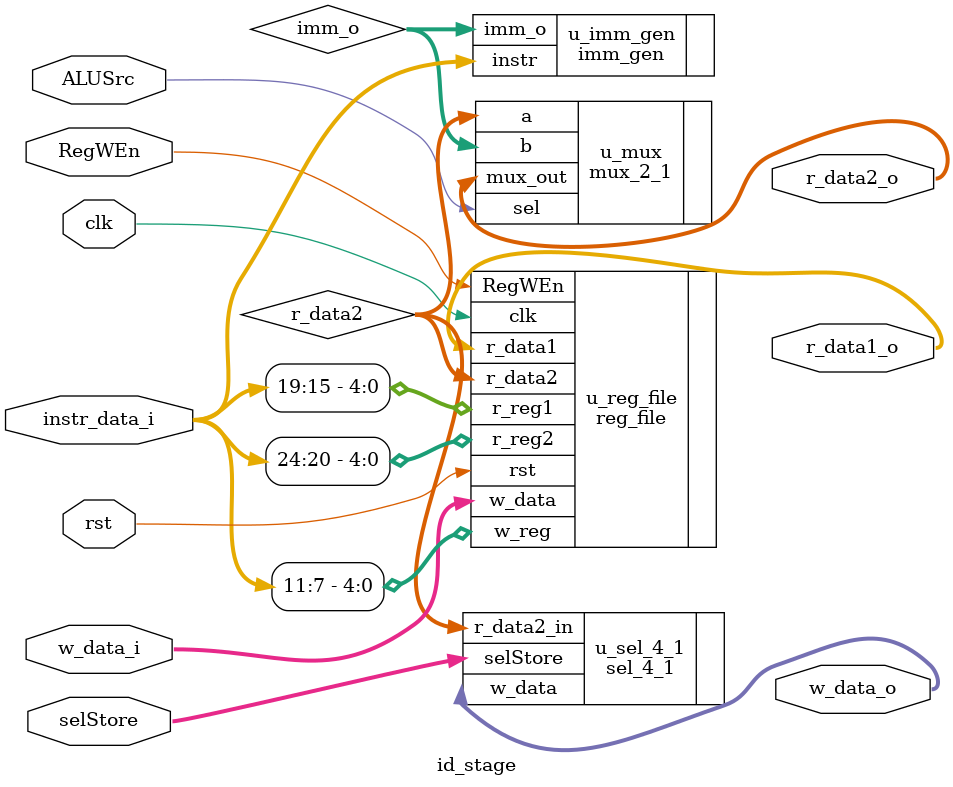
<source format=v>
module id_stage(
    input clk,
    input rst,

    input [31:0] instr_data_i,
    input [31:0] w_data_i,
    input RegWEn,
    input ALUSrc,
    input [2:0] selStore,

    output [31:0] r_data1_o,
    output [31:0] r_data2_o,
    output [31:0] w_data_o
);

    wire [31:0] r_data2;
    wire [31:0] imm_o;

    // module registerFile
    reg_file u_reg_file (
        .clk(clk),
        .rst(rst),

        .r_reg1(instr_data_i[19:15]), // rs1
        .r_reg2(instr_data_i[24:20]), //rs2
        .w_reg(instr_data_i[11:7]),   //rd
        .w_data(w_data_i),            // data write in
        .RegWEn(RegWEn),

        .r_data1(r_data1_o),
        .r_data2(r_data2)

    );

    // module imm_gen
    imm_gen u_imm_gen (
        .instr(instr_data_i),

        .imm_o(imm_o)
    );

    // module mux
    mux_2_1 u_mux(
        .sel(ALUSrc),
        .a(r_data2),
        .b(imm_o),
        .mux_out(r_data2_o)
    
    );

    // module sel 1-in and 4-out
    sel_4_1 u_sel_4_1 (
        .r_data2_in(r_data2),
        .selStore(selStore),
        
        .w_data(w_data_o)
    );


endmodule
</source>
